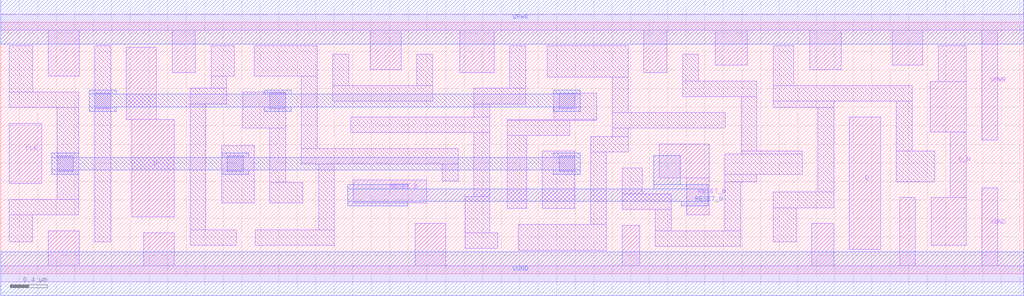
<source format=lef>
# Copyright 2020 The SkyWater PDK Authors
#
# Licensed under the Apache License, Version 2.0 (the "License");
# you may not use this file except in compliance with the License.
# You may obtain a copy of the License at
#
#     https://www.apache.org/licenses/LICENSE-2.0
#
# Unless required by applicable law or agreed to in writing, software
# distributed under the License is distributed on an "AS IS" BASIS,
# WITHOUT WARRANTIES OR CONDITIONS OF ANY KIND, either express or implied.
# See the License for the specific language governing permissions and
# limitations under the License.
#
# SPDX-License-Identifier: Apache-2.0

VERSION 5.5 ;
NAMESCASESENSITIVE ON ;
BUSBITCHARS "[]" ;
DIVIDERCHAR "/" ;
MACRO sky130_fd_sc_hd__dfrbp_2
  CLASS CORE ;
  SOURCE USER ;
  ORIGIN  0.000000  0.000000 ;
  SIZE  11.04000 BY  2.720000 ;
  SYMMETRY X Y R90 ;
  SITE unithd ;
  PIN D
    ANTENNAGATEAREA  0.126000 ;
    DIRECTION INPUT ;
    USE SIGNAL ;
    PORT
      LAYER li1 ;
        RECT 1.355000 1.665000 1.680000 2.450000 ;
        RECT 1.415000 0.615000 1.875000 1.665000 ;
    END
  END D
  PIN Q
    ANTENNADIFFAREA  0.511500 ;
    DIRECTION OUTPUT ;
    USE SIGNAL ;
    PORT
      LAYER li1 ;
        RECT 9.160000 0.265000 9.495000 1.695000 ;
    END
  END Q
  PIN Q_N
    ANTENNADIFFAREA  0.445500 ;
    DIRECTION OUTPUT ;
    USE SIGNAL ;
    PORT
      LAYER li1 ;
        RECT 10.030000 1.535000 10.420000 2.080000 ;
        RECT 10.040000 0.310000 10.420000 0.825000 ;
        RECT 10.120000 2.080000 10.420000 2.465000 ;
        RECT 10.250000 0.825000 10.420000 1.535000 ;
    END
  END Q_N
  PIN RESET_B
    ANTENNAGATEAREA  0.252000 ;
    DIRECTION INPUT ;
    USE SIGNAL ;
    PORT
      LAYER li1 ;
        RECT 3.805000 0.765000 4.595000 1.015000 ;
    END
    PORT
      LAYER li1 ;
        RECT 7.105000 1.035000 7.645000 1.405000 ;
        RECT 7.405000 0.635000 7.645000 1.035000 ;
    END
    PORT
      LAYER met1 ;
        RECT 3.745000 0.735000 4.395000 0.780000 ;
        RECT 3.745000 0.780000 7.635000 0.920000 ;
        RECT 3.745000 0.920000 4.395000 0.965000 ;
        RECT 7.045000 0.920000 7.635000 0.965000 ;
        RECT 7.045000 0.965000 7.335000 1.280000 ;
        RECT 7.345000 0.735000 7.635000 0.780000 ;
    END
  END RESET_B
  PIN CLK
    ANTENNAGATEAREA  0.159000 ;
    DIRECTION INPUT ;
    USE CLOCK ;
    PORT
      LAYER li1 ;
        RECT 0.090000 0.975000 0.440000 1.625000 ;
    END
  END CLK
  PIN VGND
    DIRECTION INOUT ;
    SHAPE ABUTMENT ;
    USE GROUND ;
    PORT
      LAYER li1 ;
        RECT  0.000000 -0.085000 11.040000 0.085000 ;
        RECT  0.515000  0.085000  0.845000 0.465000 ;
        RECT  1.545000  0.085000  1.875000 0.445000 ;
        RECT  4.475000  0.085000  4.805000 0.545000 ;
        RECT  6.705000  0.085000  6.895000 0.525000 ;
        RECT  8.755000  0.085000  8.990000 0.545000 ;
        RECT  9.700000  0.085000  9.870000 0.825000 ;
        RECT 10.590000  0.085000 10.760000 0.930000 ;
    END
    PORT
      LAYER met1 ;
        RECT 0.000000 -0.240000 11.040000 0.240000 ;
    END
  END VGND
  PIN VPWR
    DIRECTION INOUT ;
    SHAPE ABUTMENT ;
    USE POWER ;
    PORT
      LAYER li1 ;
        RECT  0.000000 2.635000 11.040000 2.805000 ;
        RECT  0.515000 2.135000  0.845000 2.635000 ;
        RECT  1.850000 2.175000  2.100000 2.635000 ;
        RECT  3.990000 2.205000  4.320000 2.635000 ;
        RECT  4.955000 2.175000  5.325000 2.635000 ;
        RECT  6.940000 2.175000  7.190000 2.635000 ;
        RECT  7.710000 2.255000  8.055000 2.635000 ;
        RECT  8.730000 2.205000  9.070000 2.635000 ;
        RECT  9.620000 2.255000  9.950000 2.635000 ;
        RECT 10.590000 1.445000 10.760000 2.635000 ;
    END
    PORT
      LAYER met1 ;
        RECT 0.000000 2.480000 11.040000 2.960000 ;
    END
  END VPWR
  OBS
    LAYER li1 ;
      RECT 0.090000 0.345000  0.345000 0.635000 ;
      RECT 0.090000 0.635000  0.840000 0.805000 ;
      RECT 0.090000 1.795000  0.840000 1.965000 ;
      RECT 0.090000 1.965000  0.345000 2.465000 ;
      RECT 0.610000 0.805000  0.840000 1.795000 ;
      RECT 1.015000 0.345000  1.185000 2.465000 ;
      RECT 2.045000 0.305000  2.540000 0.475000 ;
      RECT 2.045000 0.475000  2.215000 1.835000 ;
      RECT 2.045000 1.835000  2.440000 2.005000 ;
      RECT 2.270000 2.005000  2.440000 2.135000 ;
      RECT 2.270000 2.135000  2.520000 2.465000 ;
      RECT 2.385000 0.765000  2.735000 1.385000 ;
      RECT 2.610000 1.575000  3.075000 1.965000 ;
      RECT 2.735000 2.135000  3.415000 2.465000 ;
      RECT 2.745000 0.305000  3.600000 0.475000 ;
      RECT 2.905000 0.765000  3.260000 0.985000 ;
      RECT 2.905000 0.985000  3.075000 1.575000 ;
      RECT 3.245000 1.185000  4.935000 1.355000 ;
      RECT 3.245000 1.355000  3.415000 2.135000 ;
      RECT 3.430000 0.475000  3.600000 1.185000 ;
      RECT 3.585000 1.865000  4.660000 2.035000 ;
      RECT 3.585000 2.035000  3.755000 2.375000 ;
      RECT 3.775000 1.525000  5.275000 1.695000 ;
      RECT 4.490000 2.035000  4.660000 2.375000 ;
      RECT 4.765000 1.005000  4.935000 1.185000 ;
      RECT 5.015000 0.275000  5.365000 0.445000 ;
      RECT 5.015000 0.445000  5.275000 0.835000 ;
      RECT 5.105000 0.835000  5.275000 1.525000 ;
      RECT 5.105000 1.695000  5.275000 1.835000 ;
      RECT 5.105000 1.835000  5.665000 2.005000 ;
      RECT 5.465000 0.705000  5.675000 1.495000 ;
      RECT 5.465000 1.495000  6.140000 1.655000 ;
      RECT 5.465000 1.655000  6.430000 1.665000 ;
      RECT 5.495000 2.005000  5.665000 2.465000 ;
      RECT 5.585000 0.255000  6.535000 0.535000 ;
      RECT 5.845000 0.705000  6.195000 1.325000 ;
      RECT 5.900000 2.125000  6.770000 2.465000 ;
      RECT 5.970000 1.665000  6.430000 1.955000 ;
      RECT 6.365000 0.535000  6.535000 1.315000 ;
      RECT 6.365000 1.315000  6.770000 1.485000 ;
      RECT 6.600000 1.485000  6.770000 1.575000 ;
      RECT 6.600000 1.575000  7.820000 1.745000 ;
      RECT 6.600000 1.745000  6.770000 2.125000 ;
      RECT 6.705000 0.695000  7.235000 0.865000 ;
      RECT 6.705000 0.865000  6.925000 1.145000 ;
      RECT 7.065000 0.295000  7.985000 0.465000 ;
      RECT 7.065000 0.465000  7.235000 0.695000 ;
      RECT 7.360000 1.915000  8.160000 2.085000 ;
      RECT 7.360000 2.085000  7.530000 2.375000 ;
      RECT 7.815000 0.465000  7.985000 0.995000 ;
      RECT 7.815000 0.995000  8.160000 1.075000 ;
      RECT 7.815000 1.075000  8.650000 1.295000 ;
      RECT 7.990000 1.295000  8.650000 1.325000 ;
      RECT 7.990000 1.325000  8.160000 1.915000 ;
      RECT 8.335000 0.345000  8.585000 0.715000 ;
      RECT 8.335000 0.715000  8.990000 0.885000 ;
      RECT 8.335000 1.795000  8.990000 1.865000 ;
      RECT 8.335000 1.865000  9.835000 2.035000 ;
      RECT 8.335000 2.035000  8.560000 2.465000 ;
      RECT 8.820000 0.885000  8.990000 1.795000 ;
      RECT 9.665000 0.995000 10.080000 1.325000 ;
      RECT 9.665000 1.325000  9.835000 1.865000 ;
    LAYER mcon ;
      RECT 0.610000 1.105000 0.780000 1.275000 ;
      RECT 1.015000 1.785000 1.185000 1.955000 ;
      RECT 2.445000 1.105000 2.615000 1.275000 ;
      RECT 2.905000 1.785000 3.075000 1.955000 ;
      RECT 6.025000 1.105000 6.195000 1.275000 ;
      RECT 6.025000 1.785000 6.195000 1.955000 ;
    LAYER met1 ;
      RECT 0.550000 1.075000 0.840000 1.120000 ;
      RECT 0.550000 1.120000 6.255000 1.260000 ;
      RECT 0.550000 1.260000 0.840000 1.305000 ;
      RECT 0.955000 1.755000 1.245000 1.800000 ;
      RECT 0.955000 1.800000 6.255000 1.940000 ;
      RECT 0.955000 1.940000 1.245000 1.985000 ;
      RECT 2.385000 1.075000 2.675000 1.120000 ;
      RECT 2.385000 1.260000 2.675000 1.305000 ;
      RECT 2.845000 1.755000 3.135000 1.800000 ;
      RECT 2.845000 1.940000 3.135000 1.985000 ;
      RECT 5.965000 1.075000 6.255000 1.120000 ;
      RECT 5.965000 1.260000 6.255000 1.305000 ;
      RECT 5.965000 1.755000 6.255000 1.800000 ;
      RECT 5.965000 1.940000 6.255000 1.985000 ;
  END
END sky130_fd_sc_hd__dfrbp_2

</source>
